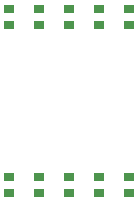
<source format=gbp>
G04*
G04 #@! TF.GenerationSoftware,Altium Limited,Altium Designer,19.0.15 (446)*
G04*
G04 Layer_Color=128*
%FSLAX25Y25*%
%MOIN*%
G70*
G01*
G75*
%ADD62R,0.03543X0.02756*%
D62*
X324394Y205256D02*
D03*
Y199744D02*
D03*
Y261256D02*
D03*
Y255744D02*
D03*
X334394Y261256D02*
D03*
Y255744D02*
D03*
X304394Y261256D02*
D03*
Y255744D02*
D03*
X314394Y261256D02*
D03*
Y255744D02*
D03*
X304394Y199744D02*
D03*
Y205256D02*
D03*
X344394Y199744D02*
D03*
Y205256D02*
D03*
X334394Y199744D02*
D03*
Y205256D02*
D03*
X314394Y199744D02*
D03*
Y205256D02*
D03*
X344394Y261256D02*
D03*
Y255744D02*
D03*
M02*

</source>
